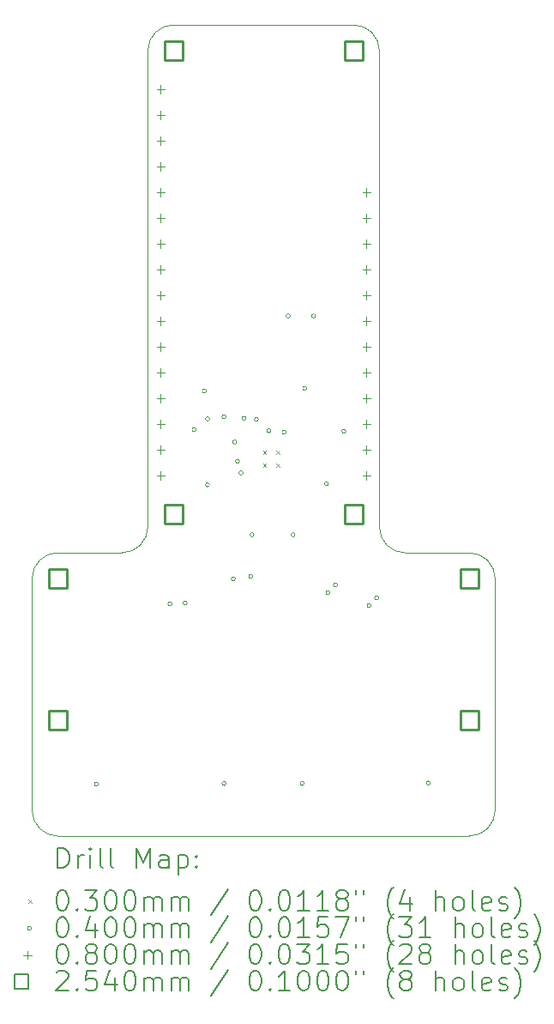
<source format=gbr>
%TF.GenerationSoftware,KiCad,Pcbnew,(6.0.8-1)-1*%
%TF.CreationDate,2023-04-13T00:43:01-04:00*%
%TF.ProjectId,featherwing_rs485,66656174-6865-4727-9769-6e675f727334,1*%
%TF.SameCoordinates,Original*%
%TF.FileFunction,Drillmap*%
%TF.FilePolarity,Positive*%
%FSLAX45Y45*%
G04 Gerber Fmt 4.5, Leading zero omitted, Abs format (unit mm)*
G04 Created by KiCad (PCBNEW (6.0.8-1)-1) date 2023-04-13 00:43:01*
%MOMM*%
%LPD*%
G01*
G04 APERTURE LIST*
%ADD10C,0.100000*%
%ADD11C,0.200000*%
%ADD12C,0.030000*%
%ADD13C,0.040000*%
%ADD14C,0.080000*%
%ADD15C,0.254000*%
G04 APERTURE END LIST*
D10*
X9652000Y-10922000D02*
X9652000Y-13208000D01*
X8509000Y-10414000D02*
G75*
G03*
X8763000Y-10668000I254000J0D01*
G01*
X5080000Y-13208000D02*
G75*
G03*
X5334000Y-13462000I254000J0D01*
G01*
X5334000Y-13462000D02*
X9398000Y-13462000D01*
X9398000Y-13462000D02*
G75*
G03*
X9652000Y-13208000I0J254000D01*
G01*
X5334000Y-10668000D02*
G75*
G03*
X5080000Y-10922000I0J-254000D01*
G01*
X9652000Y-10922000D02*
G75*
G03*
X9398000Y-10668000I-254000J0D01*
G01*
X8255000Y-5461000D02*
X6477000Y-5461000D01*
X8763000Y-10668000D02*
X9398000Y-10668000D01*
X5080000Y-13208000D02*
X5080000Y-10922000D01*
X8509000Y-5715000D02*
G75*
G03*
X8255000Y-5461000I-254000J0D01*
G01*
X5969000Y-10668000D02*
G75*
G03*
X6223000Y-10414000I0J254000D01*
G01*
X5334000Y-10668000D02*
X5969000Y-10668000D01*
X6477000Y-5461000D02*
G75*
G03*
X6223000Y-5715000I0J-254000D01*
G01*
X6223000Y-5715000D02*
X6223000Y-10414000D01*
X8509000Y-5715000D02*
X8509000Y-10414000D01*
D11*
D12*
X7362200Y-9660400D02*
X7392200Y-9690400D01*
X7392200Y-9660400D02*
X7362200Y-9690400D01*
X7362200Y-9790400D02*
X7392200Y-9820400D01*
X7392200Y-9790400D02*
X7362200Y-9820400D01*
X7492200Y-9660400D02*
X7522200Y-9690400D01*
X7522200Y-9660400D02*
X7492200Y-9690400D01*
X7492200Y-9790400D02*
X7522200Y-9820400D01*
X7522200Y-9790400D02*
X7492200Y-9820400D01*
D13*
X5735000Y-12948920D02*
G75*
G03*
X5735000Y-12948920I-20000J0D01*
G01*
X6461177Y-11172294D02*
G75*
G03*
X6461177Y-11172294I-20000J0D01*
G01*
X6611300Y-11163300D02*
G75*
G03*
X6611300Y-11163300I-20000J0D01*
G01*
X6700200Y-9453880D02*
G75*
G03*
X6700200Y-9453880I-20000J0D01*
G01*
X6801800Y-9072880D02*
G75*
G03*
X6801800Y-9072880I-20000J0D01*
G01*
X6832280Y-9347200D02*
G75*
G03*
X6832280Y-9347200I-20000J0D01*
G01*
X6832280Y-9997440D02*
G75*
G03*
X6832280Y-9997440I-20000J0D01*
G01*
X6994840Y-9326880D02*
G75*
G03*
X6994840Y-9326880I-20000J0D01*
G01*
X6994840Y-12943840D02*
G75*
G03*
X6994840Y-12943840I-20000J0D01*
G01*
X7087350Y-10925350D02*
G75*
G03*
X7087350Y-10925350I-20000J0D01*
G01*
X7101520Y-9575800D02*
G75*
G03*
X7101520Y-9575800I-20000J0D01*
G01*
X7128560Y-9765400D02*
G75*
G03*
X7128560Y-9765400I-20000J0D01*
G01*
X7162980Y-9880100D02*
G75*
G03*
X7162980Y-9880100I-20000J0D01*
G01*
X7192960Y-9342120D02*
G75*
G03*
X7192960Y-9342120I-20000J0D01*
G01*
X7259000Y-10899950D02*
G75*
G03*
X7259000Y-10899950I-20000J0D01*
G01*
X7271700Y-10490200D02*
G75*
G03*
X7271700Y-10490200I-20000J0D01*
G01*
X7314880Y-9352280D02*
G75*
G03*
X7314880Y-9352280I-20000J0D01*
G01*
X7437200Y-9464440D02*
G75*
G03*
X7437200Y-9464440I-20000J0D01*
G01*
X7589200Y-9479280D02*
G75*
G03*
X7589200Y-9479280I-20000J0D01*
G01*
X7629840Y-8331200D02*
G75*
G03*
X7629840Y-8331200I-20000J0D01*
G01*
X7678100Y-10490200D02*
G75*
G03*
X7678100Y-10490200I-20000J0D01*
G01*
X7767000Y-12943840D02*
G75*
G03*
X7767000Y-12943840I-20000J0D01*
G01*
X7792400Y-9047480D02*
G75*
G03*
X7792400Y-9047480I-20000J0D01*
G01*
X7878760Y-8331200D02*
G75*
G03*
X7878760Y-8331200I-20000J0D01*
G01*
X8005760Y-9987280D02*
G75*
G03*
X8005760Y-9987280I-20000J0D01*
G01*
X8021977Y-11060723D02*
G75*
G03*
X8021977Y-11060723I-20000J0D01*
G01*
X8096223Y-10986477D02*
G75*
G03*
X8096223Y-10986477I-20000J0D01*
G01*
X8178480Y-9469120D02*
G75*
G03*
X8178480Y-9469120I-20000J0D01*
G01*
X8428377Y-11187723D02*
G75*
G03*
X8428377Y-11187723I-20000J0D01*
G01*
X8502623Y-11113477D02*
G75*
G03*
X8502623Y-11113477I-20000J0D01*
G01*
X9011600Y-12938760D02*
G75*
G03*
X9011600Y-12938760I-20000J0D01*
G01*
D14*
X6350000Y-6056000D02*
X6350000Y-6136000D01*
X6310000Y-6096000D02*
X6390000Y-6096000D01*
X6350000Y-6310000D02*
X6350000Y-6390000D01*
X6310000Y-6350000D02*
X6390000Y-6350000D01*
X6350000Y-6564000D02*
X6350000Y-6644000D01*
X6310000Y-6604000D02*
X6390000Y-6604000D01*
X6350000Y-6818000D02*
X6350000Y-6898000D01*
X6310000Y-6858000D02*
X6390000Y-6858000D01*
X6350000Y-7072000D02*
X6350000Y-7152000D01*
X6310000Y-7112000D02*
X6390000Y-7112000D01*
X6350000Y-7326000D02*
X6350000Y-7406000D01*
X6310000Y-7366000D02*
X6390000Y-7366000D01*
X6350000Y-7580000D02*
X6350000Y-7660000D01*
X6310000Y-7620000D02*
X6390000Y-7620000D01*
X6350000Y-7834000D02*
X6350000Y-7914000D01*
X6310000Y-7874000D02*
X6390000Y-7874000D01*
X6350000Y-8088000D02*
X6350000Y-8168000D01*
X6310000Y-8128000D02*
X6390000Y-8128000D01*
X6350000Y-8342000D02*
X6350000Y-8422000D01*
X6310000Y-8382000D02*
X6390000Y-8382000D01*
X6350000Y-8596000D02*
X6350000Y-8676000D01*
X6310000Y-8636000D02*
X6390000Y-8636000D01*
X6350000Y-8850000D02*
X6350000Y-8930000D01*
X6310000Y-8890000D02*
X6390000Y-8890000D01*
X6350000Y-9104000D02*
X6350000Y-9184000D01*
X6310000Y-9144000D02*
X6390000Y-9144000D01*
X6350000Y-9358000D02*
X6350000Y-9438000D01*
X6310000Y-9398000D02*
X6390000Y-9398000D01*
X6350000Y-9612000D02*
X6350000Y-9692000D01*
X6310000Y-9652000D02*
X6390000Y-9652000D01*
X6350000Y-9866000D02*
X6350000Y-9946000D01*
X6310000Y-9906000D02*
X6390000Y-9906000D01*
X8382000Y-7072000D02*
X8382000Y-7152000D01*
X8342000Y-7112000D02*
X8422000Y-7112000D01*
X8382000Y-7326000D02*
X8382000Y-7406000D01*
X8342000Y-7366000D02*
X8422000Y-7366000D01*
X8382000Y-7580000D02*
X8382000Y-7660000D01*
X8342000Y-7620000D02*
X8422000Y-7620000D01*
X8382000Y-7834000D02*
X8382000Y-7914000D01*
X8342000Y-7874000D02*
X8422000Y-7874000D01*
X8382000Y-8088000D02*
X8382000Y-8168000D01*
X8342000Y-8128000D02*
X8422000Y-8128000D01*
X8382000Y-8342000D02*
X8382000Y-8422000D01*
X8342000Y-8382000D02*
X8422000Y-8382000D01*
X8382000Y-8596000D02*
X8382000Y-8676000D01*
X8342000Y-8636000D02*
X8422000Y-8636000D01*
X8382000Y-8850000D02*
X8382000Y-8930000D01*
X8342000Y-8890000D02*
X8422000Y-8890000D01*
X8382000Y-9104000D02*
X8382000Y-9184000D01*
X8342000Y-9144000D02*
X8422000Y-9144000D01*
X8382000Y-9358000D02*
X8382000Y-9438000D01*
X8342000Y-9398000D02*
X8422000Y-9398000D01*
X8382000Y-9612000D02*
X8382000Y-9692000D01*
X8342000Y-9652000D02*
X8422000Y-9652000D01*
X8382000Y-9866000D02*
X8382000Y-9946000D01*
X8342000Y-9906000D02*
X8422000Y-9906000D01*
D15*
X5423803Y-11011803D02*
X5423803Y-10832197D01*
X5244197Y-10832197D01*
X5244197Y-11011803D01*
X5423803Y-11011803D01*
X5423803Y-12408803D02*
X5423803Y-12229197D01*
X5244197Y-12229197D01*
X5244197Y-12408803D01*
X5423803Y-12408803D01*
X6566803Y-5804803D02*
X6566803Y-5625197D01*
X6387197Y-5625197D01*
X6387197Y-5804803D01*
X6566803Y-5804803D01*
X6566803Y-10376803D02*
X6566803Y-10197197D01*
X6387197Y-10197197D01*
X6387197Y-10376803D01*
X6566803Y-10376803D01*
X8344803Y-5804803D02*
X8344803Y-5625197D01*
X8165197Y-5625197D01*
X8165197Y-5804803D01*
X8344803Y-5804803D01*
X8344803Y-10376803D02*
X8344803Y-10197197D01*
X8165197Y-10197197D01*
X8165197Y-10376803D01*
X8344803Y-10376803D01*
X9487803Y-11011803D02*
X9487803Y-10832197D01*
X9308197Y-10832197D01*
X9308197Y-11011803D01*
X9487803Y-11011803D01*
X9487803Y-12408803D02*
X9487803Y-12229197D01*
X9308197Y-12229197D01*
X9308197Y-12408803D01*
X9487803Y-12408803D01*
D11*
X5332619Y-13777476D02*
X5332619Y-13577476D01*
X5380238Y-13577476D01*
X5408810Y-13587000D01*
X5427857Y-13606048D01*
X5437381Y-13625095D01*
X5446905Y-13663190D01*
X5446905Y-13691762D01*
X5437381Y-13729857D01*
X5427857Y-13748905D01*
X5408810Y-13767952D01*
X5380238Y-13777476D01*
X5332619Y-13777476D01*
X5532619Y-13777476D02*
X5532619Y-13644143D01*
X5532619Y-13682238D02*
X5542143Y-13663190D01*
X5551667Y-13653667D01*
X5570714Y-13644143D01*
X5589762Y-13644143D01*
X5656428Y-13777476D02*
X5656428Y-13644143D01*
X5656428Y-13577476D02*
X5646905Y-13587000D01*
X5656428Y-13596524D01*
X5665952Y-13587000D01*
X5656428Y-13577476D01*
X5656428Y-13596524D01*
X5780238Y-13777476D02*
X5761190Y-13767952D01*
X5751667Y-13748905D01*
X5751667Y-13577476D01*
X5885000Y-13777476D02*
X5865952Y-13767952D01*
X5856428Y-13748905D01*
X5856428Y-13577476D01*
X6113571Y-13777476D02*
X6113571Y-13577476D01*
X6180238Y-13720333D01*
X6246905Y-13577476D01*
X6246905Y-13777476D01*
X6427857Y-13777476D02*
X6427857Y-13672714D01*
X6418333Y-13653667D01*
X6399286Y-13644143D01*
X6361190Y-13644143D01*
X6342143Y-13653667D01*
X6427857Y-13767952D02*
X6408809Y-13777476D01*
X6361190Y-13777476D01*
X6342143Y-13767952D01*
X6332619Y-13748905D01*
X6332619Y-13729857D01*
X6342143Y-13710809D01*
X6361190Y-13701286D01*
X6408809Y-13701286D01*
X6427857Y-13691762D01*
X6523095Y-13644143D02*
X6523095Y-13844143D01*
X6523095Y-13653667D02*
X6542143Y-13644143D01*
X6580238Y-13644143D01*
X6599286Y-13653667D01*
X6608809Y-13663190D01*
X6618333Y-13682238D01*
X6618333Y-13739381D01*
X6608809Y-13758428D01*
X6599286Y-13767952D01*
X6580238Y-13777476D01*
X6542143Y-13777476D01*
X6523095Y-13767952D01*
X6704048Y-13758428D02*
X6713571Y-13767952D01*
X6704048Y-13777476D01*
X6694524Y-13767952D01*
X6704048Y-13758428D01*
X6704048Y-13777476D01*
X6704048Y-13653667D02*
X6713571Y-13663190D01*
X6704048Y-13672714D01*
X6694524Y-13663190D01*
X6704048Y-13653667D01*
X6704048Y-13672714D01*
D12*
X5045000Y-14092000D02*
X5075000Y-14122000D01*
X5075000Y-14092000D02*
X5045000Y-14122000D01*
D11*
X5370714Y-13997476D02*
X5389762Y-13997476D01*
X5408810Y-14007000D01*
X5418333Y-14016524D01*
X5427857Y-14035571D01*
X5437381Y-14073667D01*
X5437381Y-14121286D01*
X5427857Y-14159381D01*
X5418333Y-14178428D01*
X5408810Y-14187952D01*
X5389762Y-14197476D01*
X5370714Y-14197476D01*
X5351667Y-14187952D01*
X5342143Y-14178428D01*
X5332619Y-14159381D01*
X5323095Y-14121286D01*
X5323095Y-14073667D01*
X5332619Y-14035571D01*
X5342143Y-14016524D01*
X5351667Y-14007000D01*
X5370714Y-13997476D01*
X5523095Y-14178428D02*
X5532619Y-14187952D01*
X5523095Y-14197476D01*
X5513571Y-14187952D01*
X5523095Y-14178428D01*
X5523095Y-14197476D01*
X5599286Y-13997476D02*
X5723095Y-13997476D01*
X5656428Y-14073667D01*
X5685000Y-14073667D01*
X5704048Y-14083190D01*
X5713571Y-14092714D01*
X5723095Y-14111762D01*
X5723095Y-14159381D01*
X5713571Y-14178428D01*
X5704048Y-14187952D01*
X5685000Y-14197476D01*
X5627857Y-14197476D01*
X5608809Y-14187952D01*
X5599286Y-14178428D01*
X5846905Y-13997476D02*
X5865952Y-13997476D01*
X5885000Y-14007000D01*
X5894524Y-14016524D01*
X5904048Y-14035571D01*
X5913571Y-14073667D01*
X5913571Y-14121286D01*
X5904048Y-14159381D01*
X5894524Y-14178428D01*
X5885000Y-14187952D01*
X5865952Y-14197476D01*
X5846905Y-14197476D01*
X5827857Y-14187952D01*
X5818333Y-14178428D01*
X5808809Y-14159381D01*
X5799286Y-14121286D01*
X5799286Y-14073667D01*
X5808809Y-14035571D01*
X5818333Y-14016524D01*
X5827857Y-14007000D01*
X5846905Y-13997476D01*
X6037381Y-13997476D02*
X6056428Y-13997476D01*
X6075476Y-14007000D01*
X6085000Y-14016524D01*
X6094524Y-14035571D01*
X6104048Y-14073667D01*
X6104048Y-14121286D01*
X6094524Y-14159381D01*
X6085000Y-14178428D01*
X6075476Y-14187952D01*
X6056428Y-14197476D01*
X6037381Y-14197476D01*
X6018333Y-14187952D01*
X6008809Y-14178428D01*
X5999286Y-14159381D01*
X5989762Y-14121286D01*
X5989762Y-14073667D01*
X5999286Y-14035571D01*
X6008809Y-14016524D01*
X6018333Y-14007000D01*
X6037381Y-13997476D01*
X6189762Y-14197476D02*
X6189762Y-14064143D01*
X6189762Y-14083190D02*
X6199286Y-14073667D01*
X6218333Y-14064143D01*
X6246905Y-14064143D01*
X6265952Y-14073667D01*
X6275476Y-14092714D01*
X6275476Y-14197476D01*
X6275476Y-14092714D02*
X6285000Y-14073667D01*
X6304048Y-14064143D01*
X6332619Y-14064143D01*
X6351667Y-14073667D01*
X6361190Y-14092714D01*
X6361190Y-14197476D01*
X6456428Y-14197476D02*
X6456428Y-14064143D01*
X6456428Y-14083190D02*
X6465952Y-14073667D01*
X6485000Y-14064143D01*
X6513571Y-14064143D01*
X6532619Y-14073667D01*
X6542143Y-14092714D01*
X6542143Y-14197476D01*
X6542143Y-14092714D02*
X6551667Y-14073667D01*
X6570714Y-14064143D01*
X6599286Y-14064143D01*
X6618333Y-14073667D01*
X6627857Y-14092714D01*
X6627857Y-14197476D01*
X7018333Y-13987952D02*
X6846905Y-14245095D01*
X7275476Y-13997476D02*
X7294524Y-13997476D01*
X7313571Y-14007000D01*
X7323095Y-14016524D01*
X7332619Y-14035571D01*
X7342143Y-14073667D01*
X7342143Y-14121286D01*
X7332619Y-14159381D01*
X7323095Y-14178428D01*
X7313571Y-14187952D01*
X7294524Y-14197476D01*
X7275476Y-14197476D01*
X7256428Y-14187952D01*
X7246905Y-14178428D01*
X7237381Y-14159381D01*
X7227857Y-14121286D01*
X7227857Y-14073667D01*
X7237381Y-14035571D01*
X7246905Y-14016524D01*
X7256428Y-14007000D01*
X7275476Y-13997476D01*
X7427857Y-14178428D02*
X7437381Y-14187952D01*
X7427857Y-14197476D01*
X7418333Y-14187952D01*
X7427857Y-14178428D01*
X7427857Y-14197476D01*
X7561190Y-13997476D02*
X7580238Y-13997476D01*
X7599286Y-14007000D01*
X7608809Y-14016524D01*
X7618333Y-14035571D01*
X7627857Y-14073667D01*
X7627857Y-14121286D01*
X7618333Y-14159381D01*
X7608809Y-14178428D01*
X7599286Y-14187952D01*
X7580238Y-14197476D01*
X7561190Y-14197476D01*
X7542143Y-14187952D01*
X7532619Y-14178428D01*
X7523095Y-14159381D01*
X7513571Y-14121286D01*
X7513571Y-14073667D01*
X7523095Y-14035571D01*
X7532619Y-14016524D01*
X7542143Y-14007000D01*
X7561190Y-13997476D01*
X7818333Y-14197476D02*
X7704048Y-14197476D01*
X7761190Y-14197476D02*
X7761190Y-13997476D01*
X7742143Y-14026048D01*
X7723095Y-14045095D01*
X7704048Y-14054619D01*
X8008809Y-14197476D02*
X7894524Y-14197476D01*
X7951667Y-14197476D02*
X7951667Y-13997476D01*
X7932619Y-14026048D01*
X7913571Y-14045095D01*
X7894524Y-14054619D01*
X8123095Y-14083190D02*
X8104048Y-14073667D01*
X8094524Y-14064143D01*
X8085000Y-14045095D01*
X8085000Y-14035571D01*
X8094524Y-14016524D01*
X8104048Y-14007000D01*
X8123095Y-13997476D01*
X8161190Y-13997476D01*
X8180238Y-14007000D01*
X8189762Y-14016524D01*
X8199286Y-14035571D01*
X8199286Y-14045095D01*
X8189762Y-14064143D01*
X8180238Y-14073667D01*
X8161190Y-14083190D01*
X8123095Y-14083190D01*
X8104048Y-14092714D01*
X8094524Y-14102238D01*
X8085000Y-14121286D01*
X8085000Y-14159381D01*
X8094524Y-14178428D01*
X8104048Y-14187952D01*
X8123095Y-14197476D01*
X8161190Y-14197476D01*
X8180238Y-14187952D01*
X8189762Y-14178428D01*
X8199286Y-14159381D01*
X8199286Y-14121286D01*
X8189762Y-14102238D01*
X8180238Y-14092714D01*
X8161190Y-14083190D01*
X8275476Y-13997476D02*
X8275476Y-14035571D01*
X8351667Y-13997476D02*
X8351667Y-14035571D01*
X8646905Y-14273667D02*
X8637381Y-14264143D01*
X8618333Y-14235571D01*
X8608810Y-14216524D01*
X8599286Y-14187952D01*
X8589762Y-14140333D01*
X8589762Y-14102238D01*
X8599286Y-14054619D01*
X8608810Y-14026048D01*
X8618333Y-14007000D01*
X8637381Y-13978428D01*
X8646905Y-13968905D01*
X8808810Y-14064143D02*
X8808810Y-14197476D01*
X8761190Y-13987952D02*
X8713571Y-14130809D01*
X8837381Y-14130809D01*
X9065952Y-14197476D02*
X9065952Y-13997476D01*
X9151667Y-14197476D02*
X9151667Y-14092714D01*
X9142143Y-14073667D01*
X9123095Y-14064143D01*
X9094524Y-14064143D01*
X9075476Y-14073667D01*
X9065952Y-14083190D01*
X9275476Y-14197476D02*
X9256429Y-14187952D01*
X9246905Y-14178428D01*
X9237381Y-14159381D01*
X9237381Y-14102238D01*
X9246905Y-14083190D01*
X9256429Y-14073667D01*
X9275476Y-14064143D01*
X9304048Y-14064143D01*
X9323095Y-14073667D01*
X9332619Y-14083190D01*
X9342143Y-14102238D01*
X9342143Y-14159381D01*
X9332619Y-14178428D01*
X9323095Y-14187952D01*
X9304048Y-14197476D01*
X9275476Y-14197476D01*
X9456429Y-14197476D02*
X9437381Y-14187952D01*
X9427857Y-14168905D01*
X9427857Y-13997476D01*
X9608810Y-14187952D02*
X9589762Y-14197476D01*
X9551667Y-14197476D01*
X9532619Y-14187952D01*
X9523095Y-14168905D01*
X9523095Y-14092714D01*
X9532619Y-14073667D01*
X9551667Y-14064143D01*
X9589762Y-14064143D01*
X9608810Y-14073667D01*
X9618333Y-14092714D01*
X9618333Y-14111762D01*
X9523095Y-14130809D01*
X9694524Y-14187952D02*
X9713571Y-14197476D01*
X9751667Y-14197476D01*
X9770714Y-14187952D01*
X9780238Y-14168905D01*
X9780238Y-14159381D01*
X9770714Y-14140333D01*
X9751667Y-14130809D01*
X9723095Y-14130809D01*
X9704048Y-14121286D01*
X9694524Y-14102238D01*
X9694524Y-14092714D01*
X9704048Y-14073667D01*
X9723095Y-14064143D01*
X9751667Y-14064143D01*
X9770714Y-14073667D01*
X9846905Y-14273667D02*
X9856429Y-14264143D01*
X9875476Y-14235571D01*
X9885000Y-14216524D01*
X9894524Y-14187952D01*
X9904048Y-14140333D01*
X9904048Y-14102238D01*
X9894524Y-14054619D01*
X9885000Y-14026048D01*
X9875476Y-14007000D01*
X9856429Y-13978428D01*
X9846905Y-13968905D01*
D13*
X5075000Y-14371000D02*
G75*
G03*
X5075000Y-14371000I-20000J0D01*
G01*
D11*
X5370714Y-14261476D02*
X5389762Y-14261476D01*
X5408810Y-14271000D01*
X5418333Y-14280524D01*
X5427857Y-14299571D01*
X5437381Y-14337667D01*
X5437381Y-14385286D01*
X5427857Y-14423381D01*
X5418333Y-14442428D01*
X5408810Y-14451952D01*
X5389762Y-14461476D01*
X5370714Y-14461476D01*
X5351667Y-14451952D01*
X5342143Y-14442428D01*
X5332619Y-14423381D01*
X5323095Y-14385286D01*
X5323095Y-14337667D01*
X5332619Y-14299571D01*
X5342143Y-14280524D01*
X5351667Y-14271000D01*
X5370714Y-14261476D01*
X5523095Y-14442428D02*
X5532619Y-14451952D01*
X5523095Y-14461476D01*
X5513571Y-14451952D01*
X5523095Y-14442428D01*
X5523095Y-14461476D01*
X5704048Y-14328143D02*
X5704048Y-14461476D01*
X5656428Y-14251952D02*
X5608809Y-14394809D01*
X5732619Y-14394809D01*
X5846905Y-14261476D02*
X5865952Y-14261476D01*
X5885000Y-14271000D01*
X5894524Y-14280524D01*
X5904048Y-14299571D01*
X5913571Y-14337667D01*
X5913571Y-14385286D01*
X5904048Y-14423381D01*
X5894524Y-14442428D01*
X5885000Y-14451952D01*
X5865952Y-14461476D01*
X5846905Y-14461476D01*
X5827857Y-14451952D01*
X5818333Y-14442428D01*
X5808809Y-14423381D01*
X5799286Y-14385286D01*
X5799286Y-14337667D01*
X5808809Y-14299571D01*
X5818333Y-14280524D01*
X5827857Y-14271000D01*
X5846905Y-14261476D01*
X6037381Y-14261476D02*
X6056428Y-14261476D01*
X6075476Y-14271000D01*
X6085000Y-14280524D01*
X6094524Y-14299571D01*
X6104048Y-14337667D01*
X6104048Y-14385286D01*
X6094524Y-14423381D01*
X6085000Y-14442428D01*
X6075476Y-14451952D01*
X6056428Y-14461476D01*
X6037381Y-14461476D01*
X6018333Y-14451952D01*
X6008809Y-14442428D01*
X5999286Y-14423381D01*
X5989762Y-14385286D01*
X5989762Y-14337667D01*
X5999286Y-14299571D01*
X6008809Y-14280524D01*
X6018333Y-14271000D01*
X6037381Y-14261476D01*
X6189762Y-14461476D02*
X6189762Y-14328143D01*
X6189762Y-14347190D02*
X6199286Y-14337667D01*
X6218333Y-14328143D01*
X6246905Y-14328143D01*
X6265952Y-14337667D01*
X6275476Y-14356714D01*
X6275476Y-14461476D01*
X6275476Y-14356714D02*
X6285000Y-14337667D01*
X6304048Y-14328143D01*
X6332619Y-14328143D01*
X6351667Y-14337667D01*
X6361190Y-14356714D01*
X6361190Y-14461476D01*
X6456428Y-14461476D02*
X6456428Y-14328143D01*
X6456428Y-14347190D02*
X6465952Y-14337667D01*
X6485000Y-14328143D01*
X6513571Y-14328143D01*
X6532619Y-14337667D01*
X6542143Y-14356714D01*
X6542143Y-14461476D01*
X6542143Y-14356714D02*
X6551667Y-14337667D01*
X6570714Y-14328143D01*
X6599286Y-14328143D01*
X6618333Y-14337667D01*
X6627857Y-14356714D01*
X6627857Y-14461476D01*
X7018333Y-14251952D02*
X6846905Y-14509095D01*
X7275476Y-14261476D02*
X7294524Y-14261476D01*
X7313571Y-14271000D01*
X7323095Y-14280524D01*
X7332619Y-14299571D01*
X7342143Y-14337667D01*
X7342143Y-14385286D01*
X7332619Y-14423381D01*
X7323095Y-14442428D01*
X7313571Y-14451952D01*
X7294524Y-14461476D01*
X7275476Y-14461476D01*
X7256428Y-14451952D01*
X7246905Y-14442428D01*
X7237381Y-14423381D01*
X7227857Y-14385286D01*
X7227857Y-14337667D01*
X7237381Y-14299571D01*
X7246905Y-14280524D01*
X7256428Y-14271000D01*
X7275476Y-14261476D01*
X7427857Y-14442428D02*
X7437381Y-14451952D01*
X7427857Y-14461476D01*
X7418333Y-14451952D01*
X7427857Y-14442428D01*
X7427857Y-14461476D01*
X7561190Y-14261476D02*
X7580238Y-14261476D01*
X7599286Y-14271000D01*
X7608809Y-14280524D01*
X7618333Y-14299571D01*
X7627857Y-14337667D01*
X7627857Y-14385286D01*
X7618333Y-14423381D01*
X7608809Y-14442428D01*
X7599286Y-14451952D01*
X7580238Y-14461476D01*
X7561190Y-14461476D01*
X7542143Y-14451952D01*
X7532619Y-14442428D01*
X7523095Y-14423381D01*
X7513571Y-14385286D01*
X7513571Y-14337667D01*
X7523095Y-14299571D01*
X7532619Y-14280524D01*
X7542143Y-14271000D01*
X7561190Y-14261476D01*
X7818333Y-14461476D02*
X7704048Y-14461476D01*
X7761190Y-14461476D02*
X7761190Y-14261476D01*
X7742143Y-14290048D01*
X7723095Y-14309095D01*
X7704048Y-14318619D01*
X7999286Y-14261476D02*
X7904048Y-14261476D01*
X7894524Y-14356714D01*
X7904048Y-14347190D01*
X7923095Y-14337667D01*
X7970714Y-14337667D01*
X7989762Y-14347190D01*
X7999286Y-14356714D01*
X8008809Y-14375762D01*
X8008809Y-14423381D01*
X7999286Y-14442428D01*
X7989762Y-14451952D01*
X7970714Y-14461476D01*
X7923095Y-14461476D01*
X7904048Y-14451952D01*
X7894524Y-14442428D01*
X8075476Y-14261476D02*
X8208809Y-14261476D01*
X8123095Y-14461476D01*
X8275476Y-14261476D02*
X8275476Y-14299571D01*
X8351667Y-14261476D02*
X8351667Y-14299571D01*
X8646905Y-14537667D02*
X8637381Y-14528143D01*
X8618333Y-14499571D01*
X8608810Y-14480524D01*
X8599286Y-14451952D01*
X8589762Y-14404333D01*
X8589762Y-14366238D01*
X8599286Y-14318619D01*
X8608810Y-14290048D01*
X8618333Y-14271000D01*
X8637381Y-14242428D01*
X8646905Y-14232905D01*
X8704048Y-14261476D02*
X8827857Y-14261476D01*
X8761190Y-14337667D01*
X8789762Y-14337667D01*
X8808810Y-14347190D01*
X8818333Y-14356714D01*
X8827857Y-14375762D01*
X8827857Y-14423381D01*
X8818333Y-14442428D01*
X8808810Y-14451952D01*
X8789762Y-14461476D01*
X8732619Y-14461476D01*
X8713571Y-14451952D01*
X8704048Y-14442428D01*
X9018333Y-14461476D02*
X8904048Y-14461476D01*
X8961190Y-14461476D02*
X8961190Y-14261476D01*
X8942143Y-14290048D01*
X8923095Y-14309095D01*
X8904048Y-14318619D01*
X9256429Y-14461476D02*
X9256429Y-14261476D01*
X9342143Y-14461476D02*
X9342143Y-14356714D01*
X9332619Y-14337667D01*
X9313571Y-14328143D01*
X9285000Y-14328143D01*
X9265952Y-14337667D01*
X9256429Y-14347190D01*
X9465952Y-14461476D02*
X9446905Y-14451952D01*
X9437381Y-14442428D01*
X9427857Y-14423381D01*
X9427857Y-14366238D01*
X9437381Y-14347190D01*
X9446905Y-14337667D01*
X9465952Y-14328143D01*
X9494524Y-14328143D01*
X9513571Y-14337667D01*
X9523095Y-14347190D01*
X9532619Y-14366238D01*
X9532619Y-14423381D01*
X9523095Y-14442428D01*
X9513571Y-14451952D01*
X9494524Y-14461476D01*
X9465952Y-14461476D01*
X9646905Y-14461476D02*
X9627857Y-14451952D01*
X9618333Y-14432905D01*
X9618333Y-14261476D01*
X9799286Y-14451952D02*
X9780238Y-14461476D01*
X9742143Y-14461476D01*
X9723095Y-14451952D01*
X9713571Y-14432905D01*
X9713571Y-14356714D01*
X9723095Y-14337667D01*
X9742143Y-14328143D01*
X9780238Y-14328143D01*
X9799286Y-14337667D01*
X9808810Y-14356714D01*
X9808810Y-14375762D01*
X9713571Y-14394809D01*
X9885000Y-14451952D02*
X9904048Y-14461476D01*
X9942143Y-14461476D01*
X9961190Y-14451952D01*
X9970714Y-14432905D01*
X9970714Y-14423381D01*
X9961190Y-14404333D01*
X9942143Y-14394809D01*
X9913571Y-14394809D01*
X9894524Y-14385286D01*
X9885000Y-14366238D01*
X9885000Y-14356714D01*
X9894524Y-14337667D01*
X9913571Y-14328143D01*
X9942143Y-14328143D01*
X9961190Y-14337667D01*
X10037381Y-14537667D02*
X10046905Y-14528143D01*
X10065952Y-14499571D01*
X10075476Y-14480524D01*
X10085000Y-14451952D01*
X10094524Y-14404333D01*
X10094524Y-14366238D01*
X10085000Y-14318619D01*
X10075476Y-14290048D01*
X10065952Y-14271000D01*
X10046905Y-14242428D01*
X10037381Y-14232905D01*
D14*
X5035000Y-14595000D02*
X5035000Y-14675000D01*
X4995000Y-14635000D02*
X5075000Y-14635000D01*
D11*
X5370714Y-14525476D02*
X5389762Y-14525476D01*
X5408810Y-14535000D01*
X5418333Y-14544524D01*
X5427857Y-14563571D01*
X5437381Y-14601667D01*
X5437381Y-14649286D01*
X5427857Y-14687381D01*
X5418333Y-14706428D01*
X5408810Y-14715952D01*
X5389762Y-14725476D01*
X5370714Y-14725476D01*
X5351667Y-14715952D01*
X5342143Y-14706428D01*
X5332619Y-14687381D01*
X5323095Y-14649286D01*
X5323095Y-14601667D01*
X5332619Y-14563571D01*
X5342143Y-14544524D01*
X5351667Y-14535000D01*
X5370714Y-14525476D01*
X5523095Y-14706428D02*
X5532619Y-14715952D01*
X5523095Y-14725476D01*
X5513571Y-14715952D01*
X5523095Y-14706428D01*
X5523095Y-14725476D01*
X5646905Y-14611190D02*
X5627857Y-14601667D01*
X5618333Y-14592143D01*
X5608809Y-14573095D01*
X5608809Y-14563571D01*
X5618333Y-14544524D01*
X5627857Y-14535000D01*
X5646905Y-14525476D01*
X5685000Y-14525476D01*
X5704048Y-14535000D01*
X5713571Y-14544524D01*
X5723095Y-14563571D01*
X5723095Y-14573095D01*
X5713571Y-14592143D01*
X5704048Y-14601667D01*
X5685000Y-14611190D01*
X5646905Y-14611190D01*
X5627857Y-14620714D01*
X5618333Y-14630238D01*
X5608809Y-14649286D01*
X5608809Y-14687381D01*
X5618333Y-14706428D01*
X5627857Y-14715952D01*
X5646905Y-14725476D01*
X5685000Y-14725476D01*
X5704048Y-14715952D01*
X5713571Y-14706428D01*
X5723095Y-14687381D01*
X5723095Y-14649286D01*
X5713571Y-14630238D01*
X5704048Y-14620714D01*
X5685000Y-14611190D01*
X5846905Y-14525476D02*
X5865952Y-14525476D01*
X5885000Y-14535000D01*
X5894524Y-14544524D01*
X5904048Y-14563571D01*
X5913571Y-14601667D01*
X5913571Y-14649286D01*
X5904048Y-14687381D01*
X5894524Y-14706428D01*
X5885000Y-14715952D01*
X5865952Y-14725476D01*
X5846905Y-14725476D01*
X5827857Y-14715952D01*
X5818333Y-14706428D01*
X5808809Y-14687381D01*
X5799286Y-14649286D01*
X5799286Y-14601667D01*
X5808809Y-14563571D01*
X5818333Y-14544524D01*
X5827857Y-14535000D01*
X5846905Y-14525476D01*
X6037381Y-14525476D02*
X6056428Y-14525476D01*
X6075476Y-14535000D01*
X6085000Y-14544524D01*
X6094524Y-14563571D01*
X6104048Y-14601667D01*
X6104048Y-14649286D01*
X6094524Y-14687381D01*
X6085000Y-14706428D01*
X6075476Y-14715952D01*
X6056428Y-14725476D01*
X6037381Y-14725476D01*
X6018333Y-14715952D01*
X6008809Y-14706428D01*
X5999286Y-14687381D01*
X5989762Y-14649286D01*
X5989762Y-14601667D01*
X5999286Y-14563571D01*
X6008809Y-14544524D01*
X6018333Y-14535000D01*
X6037381Y-14525476D01*
X6189762Y-14725476D02*
X6189762Y-14592143D01*
X6189762Y-14611190D02*
X6199286Y-14601667D01*
X6218333Y-14592143D01*
X6246905Y-14592143D01*
X6265952Y-14601667D01*
X6275476Y-14620714D01*
X6275476Y-14725476D01*
X6275476Y-14620714D02*
X6285000Y-14601667D01*
X6304048Y-14592143D01*
X6332619Y-14592143D01*
X6351667Y-14601667D01*
X6361190Y-14620714D01*
X6361190Y-14725476D01*
X6456428Y-14725476D02*
X6456428Y-14592143D01*
X6456428Y-14611190D02*
X6465952Y-14601667D01*
X6485000Y-14592143D01*
X6513571Y-14592143D01*
X6532619Y-14601667D01*
X6542143Y-14620714D01*
X6542143Y-14725476D01*
X6542143Y-14620714D02*
X6551667Y-14601667D01*
X6570714Y-14592143D01*
X6599286Y-14592143D01*
X6618333Y-14601667D01*
X6627857Y-14620714D01*
X6627857Y-14725476D01*
X7018333Y-14515952D02*
X6846905Y-14773095D01*
X7275476Y-14525476D02*
X7294524Y-14525476D01*
X7313571Y-14535000D01*
X7323095Y-14544524D01*
X7332619Y-14563571D01*
X7342143Y-14601667D01*
X7342143Y-14649286D01*
X7332619Y-14687381D01*
X7323095Y-14706428D01*
X7313571Y-14715952D01*
X7294524Y-14725476D01*
X7275476Y-14725476D01*
X7256428Y-14715952D01*
X7246905Y-14706428D01*
X7237381Y-14687381D01*
X7227857Y-14649286D01*
X7227857Y-14601667D01*
X7237381Y-14563571D01*
X7246905Y-14544524D01*
X7256428Y-14535000D01*
X7275476Y-14525476D01*
X7427857Y-14706428D02*
X7437381Y-14715952D01*
X7427857Y-14725476D01*
X7418333Y-14715952D01*
X7427857Y-14706428D01*
X7427857Y-14725476D01*
X7561190Y-14525476D02*
X7580238Y-14525476D01*
X7599286Y-14535000D01*
X7608809Y-14544524D01*
X7618333Y-14563571D01*
X7627857Y-14601667D01*
X7627857Y-14649286D01*
X7618333Y-14687381D01*
X7608809Y-14706428D01*
X7599286Y-14715952D01*
X7580238Y-14725476D01*
X7561190Y-14725476D01*
X7542143Y-14715952D01*
X7532619Y-14706428D01*
X7523095Y-14687381D01*
X7513571Y-14649286D01*
X7513571Y-14601667D01*
X7523095Y-14563571D01*
X7532619Y-14544524D01*
X7542143Y-14535000D01*
X7561190Y-14525476D01*
X7694524Y-14525476D02*
X7818333Y-14525476D01*
X7751667Y-14601667D01*
X7780238Y-14601667D01*
X7799286Y-14611190D01*
X7808809Y-14620714D01*
X7818333Y-14639762D01*
X7818333Y-14687381D01*
X7808809Y-14706428D01*
X7799286Y-14715952D01*
X7780238Y-14725476D01*
X7723095Y-14725476D01*
X7704048Y-14715952D01*
X7694524Y-14706428D01*
X8008809Y-14725476D02*
X7894524Y-14725476D01*
X7951667Y-14725476D02*
X7951667Y-14525476D01*
X7932619Y-14554048D01*
X7913571Y-14573095D01*
X7894524Y-14582619D01*
X8189762Y-14525476D02*
X8094524Y-14525476D01*
X8085000Y-14620714D01*
X8094524Y-14611190D01*
X8113571Y-14601667D01*
X8161190Y-14601667D01*
X8180238Y-14611190D01*
X8189762Y-14620714D01*
X8199286Y-14639762D01*
X8199286Y-14687381D01*
X8189762Y-14706428D01*
X8180238Y-14715952D01*
X8161190Y-14725476D01*
X8113571Y-14725476D01*
X8094524Y-14715952D01*
X8085000Y-14706428D01*
X8275476Y-14525476D02*
X8275476Y-14563571D01*
X8351667Y-14525476D02*
X8351667Y-14563571D01*
X8646905Y-14801667D02*
X8637381Y-14792143D01*
X8618333Y-14763571D01*
X8608810Y-14744524D01*
X8599286Y-14715952D01*
X8589762Y-14668333D01*
X8589762Y-14630238D01*
X8599286Y-14582619D01*
X8608810Y-14554048D01*
X8618333Y-14535000D01*
X8637381Y-14506428D01*
X8646905Y-14496905D01*
X8713571Y-14544524D02*
X8723095Y-14535000D01*
X8742143Y-14525476D01*
X8789762Y-14525476D01*
X8808810Y-14535000D01*
X8818333Y-14544524D01*
X8827857Y-14563571D01*
X8827857Y-14582619D01*
X8818333Y-14611190D01*
X8704048Y-14725476D01*
X8827857Y-14725476D01*
X8942143Y-14611190D02*
X8923095Y-14601667D01*
X8913571Y-14592143D01*
X8904048Y-14573095D01*
X8904048Y-14563571D01*
X8913571Y-14544524D01*
X8923095Y-14535000D01*
X8942143Y-14525476D01*
X8980238Y-14525476D01*
X8999286Y-14535000D01*
X9008810Y-14544524D01*
X9018333Y-14563571D01*
X9018333Y-14573095D01*
X9008810Y-14592143D01*
X8999286Y-14601667D01*
X8980238Y-14611190D01*
X8942143Y-14611190D01*
X8923095Y-14620714D01*
X8913571Y-14630238D01*
X8904048Y-14649286D01*
X8904048Y-14687381D01*
X8913571Y-14706428D01*
X8923095Y-14715952D01*
X8942143Y-14725476D01*
X8980238Y-14725476D01*
X8999286Y-14715952D01*
X9008810Y-14706428D01*
X9018333Y-14687381D01*
X9018333Y-14649286D01*
X9008810Y-14630238D01*
X8999286Y-14620714D01*
X8980238Y-14611190D01*
X9256429Y-14725476D02*
X9256429Y-14525476D01*
X9342143Y-14725476D02*
X9342143Y-14620714D01*
X9332619Y-14601667D01*
X9313571Y-14592143D01*
X9285000Y-14592143D01*
X9265952Y-14601667D01*
X9256429Y-14611190D01*
X9465952Y-14725476D02*
X9446905Y-14715952D01*
X9437381Y-14706428D01*
X9427857Y-14687381D01*
X9427857Y-14630238D01*
X9437381Y-14611190D01*
X9446905Y-14601667D01*
X9465952Y-14592143D01*
X9494524Y-14592143D01*
X9513571Y-14601667D01*
X9523095Y-14611190D01*
X9532619Y-14630238D01*
X9532619Y-14687381D01*
X9523095Y-14706428D01*
X9513571Y-14715952D01*
X9494524Y-14725476D01*
X9465952Y-14725476D01*
X9646905Y-14725476D02*
X9627857Y-14715952D01*
X9618333Y-14696905D01*
X9618333Y-14525476D01*
X9799286Y-14715952D02*
X9780238Y-14725476D01*
X9742143Y-14725476D01*
X9723095Y-14715952D01*
X9713571Y-14696905D01*
X9713571Y-14620714D01*
X9723095Y-14601667D01*
X9742143Y-14592143D01*
X9780238Y-14592143D01*
X9799286Y-14601667D01*
X9808810Y-14620714D01*
X9808810Y-14639762D01*
X9713571Y-14658809D01*
X9885000Y-14715952D02*
X9904048Y-14725476D01*
X9942143Y-14725476D01*
X9961190Y-14715952D01*
X9970714Y-14696905D01*
X9970714Y-14687381D01*
X9961190Y-14668333D01*
X9942143Y-14658809D01*
X9913571Y-14658809D01*
X9894524Y-14649286D01*
X9885000Y-14630238D01*
X9885000Y-14620714D01*
X9894524Y-14601667D01*
X9913571Y-14592143D01*
X9942143Y-14592143D01*
X9961190Y-14601667D01*
X10037381Y-14801667D02*
X10046905Y-14792143D01*
X10065952Y-14763571D01*
X10075476Y-14744524D01*
X10085000Y-14715952D01*
X10094524Y-14668333D01*
X10094524Y-14630238D01*
X10085000Y-14582619D01*
X10075476Y-14554048D01*
X10065952Y-14535000D01*
X10046905Y-14506428D01*
X10037381Y-14496905D01*
X5045711Y-14969711D02*
X5045711Y-14828289D01*
X4904289Y-14828289D01*
X4904289Y-14969711D01*
X5045711Y-14969711D01*
X5323095Y-14808524D02*
X5332619Y-14799000D01*
X5351667Y-14789476D01*
X5399286Y-14789476D01*
X5418333Y-14799000D01*
X5427857Y-14808524D01*
X5437381Y-14827571D01*
X5437381Y-14846619D01*
X5427857Y-14875190D01*
X5313571Y-14989476D01*
X5437381Y-14989476D01*
X5523095Y-14970428D02*
X5532619Y-14979952D01*
X5523095Y-14989476D01*
X5513571Y-14979952D01*
X5523095Y-14970428D01*
X5523095Y-14989476D01*
X5713571Y-14789476D02*
X5618333Y-14789476D01*
X5608809Y-14884714D01*
X5618333Y-14875190D01*
X5637381Y-14865667D01*
X5685000Y-14865667D01*
X5704048Y-14875190D01*
X5713571Y-14884714D01*
X5723095Y-14903762D01*
X5723095Y-14951381D01*
X5713571Y-14970428D01*
X5704048Y-14979952D01*
X5685000Y-14989476D01*
X5637381Y-14989476D01*
X5618333Y-14979952D01*
X5608809Y-14970428D01*
X5894524Y-14856143D02*
X5894524Y-14989476D01*
X5846905Y-14779952D02*
X5799286Y-14922809D01*
X5923095Y-14922809D01*
X6037381Y-14789476D02*
X6056428Y-14789476D01*
X6075476Y-14799000D01*
X6085000Y-14808524D01*
X6094524Y-14827571D01*
X6104048Y-14865667D01*
X6104048Y-14913286D01*
X6094524Y-14951381D01*
X6085000Y-14970428D01*
X6075476Y-14979952D01*
X6056428Y-14989476D01*
X6037381Y-14989476D01*
X6018333Y-14979952D01*
X6008809Y-14970428D01*
X5999286Y-14951381D01*
X5989762Y-14913286D01*
X5989762Y-14865667D01*
X5999286Y-14827571D01*
X6008809Y-14808524D01*
X6018333Y-14799000D01*
X6037381Y-14789476D01*
X6189762Y-14989476D02*
X6189762Y-14856143D01*
X6189762Y-14875190D02*
X6199286Y-14865667D01*
X6218333Y-14856143D01*
X6246905Y-14856143D01*
X6265952Y-14865667D01*
X6275476Y-14884714D01*
X6275476Y-14989476D01*
X6275476Y-14884714D02*
X6285000Y-14865667D01*
X6304048Y-14856143D01*
X6332619Y-14856143D01*
X6351667Y-14865667D01*
X6361190Y-14884714D01*
X6361190Y-14989476D01*
X6456428Y-14989476D02*
X6456428Y-14856143D01*
X6456428Y-14875190D02*
X6465952Y-14865667D01*
X6485000Y-14856143D01*
X6513571Y-14856143D01*
X6532619Y-14865667D01*
X6542143Y-14884714D01*
X6542143Y-14989476D01*
X6542143Y-14884714D02*
X6551667Y-14865667D01*
X6570714Y-14856143D01*
X6599286Y-14856143D01*
X6618333Y-14865667D01*
X6627857Y-14884714D01*
X6627857Y-14989476D01*
X7018333Y-14779952D02*
X6846905Y-15037095D01*
X7275476Y-14789476D02*
X7294524Y-14789476D01*
X7313571Y-14799000D01*
X7323095Y-14808524D01*
X7332619Y-14827571D01*
X7342143Y-14865667D01*
X7342143Y-14913286D01*
X7332619Y-14951381D01*
X7323095Y-14970428D01*
X7313571Y-14979952D01*
X7294524Y-14989476D01*
X7275476Y-14989476D01*
X7256428Y-14979952D01*
X7246905Y-14970428D01*
X7237381Y-14951381D01*
X7227857Y-14913286D01*
X7227857Y-14865667D01*
X7237381Y-14827571D01*
X7246905Y-14808524D01*
X7256428Y-14799000D01*
X7275476Y-14789476D01*
X7427857Y-14970428D02*
X7437381Y-14979952D01*
X7427857Y-14989476D01*
X7418333Y-14979952D01*
X7427857Y-14970428D01*
X7427857Y-14989476D01*
X7627857Y-14989476D02*
X7513571Y-14989476D01*
X7570714Y-14989476D02*
X7570714Y-14789476D01*
X7551667Y-14818048D01*
X7532619Y-14837095D01*
X7513571Y-14846619D01*
X7751667Y-14789476D02*
X7770714Y-14789476D01*
X7789762Y-14799000D01*
X7799286Y-14808524D01*
X7808809Y-14827571D01*
X7818333Y-14865667D01*
X7818333Y-14913286D01*
X7808809Y-14951381D01*
X7799286Y-14970428D01*
X7789762Y-14979952D01*
X7770714Y-14989476D01*
X7751667Y-14989476D01*
X7732619Y-14979952D01*
X7723095Y-14970428D01*
X7713571Y-14951381D01*
X7704048Y-14913286D01*
X7704048Y-14865667D01*
X7713571Y-14827571D01*
X7723095Y-14808524D01*
X7732619Y-14799000D01*
X7751667Y-14789476D01*
X7942143Y-14789476D02*
X7961190Y-14789476D01*
X7980238Y-14799000D01*
X7989762Y-14808524D01*
X7999286Y-14827571D01*
X8008809Y-14865667D01*
X8008809Y-14913286D01*
X7999286Y-14951381D01*
X7989762Y-14970428D01*
X7980238Y-14979952D01*
X7961190Y-14989476D01*
X7942143Y-14989476D01*
X7923095Y-14979952D01*
X7913571Y-14970428D01*
X7904048Y-14951381D01*
X7894524Y-14913286D01*
X7894524Y-14865667D01*
X7904048Y-14827571D01*
X7913571Y-14808524D01*
X7923095Y-14799000D01*
X7942143Y-14789476D01*
X8132619Y-14789476D02*
X8151667Y-14789476D01*
X8170714Y-14799000D01*
X8180238Y-14808524D01*
X8189762Y-14827571D01*
X8199286Y-14865667D01*
X8199286Y-14913286D01*
X8189762Y-14951381D01*
X8180238Y-14970428D01*
X8170714Y-14979952D01*
X8151667Y-14989476D01*
X8132619Y-14989476D01*
X8113571Y-14979952D01*
X8104048Y-14970428D01*
X8094524Y-14951381D01*
X8085000Y-14913286D01*
X8085000Y-14865667D01*
X8094524Y-14827571D01*
X8104048Y-14808524D01*
X8113571Y-14799000D01*
X8132619Y-14789476D01*
X8275476Y-14789476D02*
X8275476Y-14827571D01*
X8351667Y-14789476D02*
X8351667Y-14827571D01*
X8646905Y-15065667D02*
X8637381Y-15056143D01*
X8618333Y-15027571D01*
X8608810Y-15008524D01*
X8599286Y-14979952D01*
X8589762Y-14932333D01*
X8589762Y-14894238D01*
X8599286Y-14846619D01*
X8608810Y-14818048D01*
X8618333Y-14799000D01*
X8637381Y-14770428D01*
X8646905Y-14760905D01*
X8751667Y-14875190D02*
X8732619Y-14865667D01*
X8723095Y-14856143D01*
X8713571Y-14837095D01*
X8713571Y-14827571D01*
X8723095Y-14808524D01*
X8732619Y-14799000D01*
X8751667Y-14789476D01*
X8789762Y-14789476D01*
X8808810Y-14799000D01*
X8818333Y-14808524D01*
X8827857Y-14827571D01*
X8827857Y-14837095D01*
X8818333Y-14856143D01*
X8808810Y-14865667D01*
X8789762Y-14875190D01*
X8751667Y-14875190D01*
X8732619Y-14884714D01*
X8723095Y-14894238D01*
X8713571Y-14913286D01*
X8713571Y-14951381D01*
X8723095Y-14970428D01*
X8732619Y-14979952D01*
X8751667Y-14989476D01*
X8789762Y-14989476D01*
X8808810Y-14979952D01*
X8818333Y-14970428D01*
X8827857Y-14951381D01*
X8827857Y-14913286D01*
X8818333Y-14894238D01*
X8808810Y-14884714D01*
X8789762Y-14875190D01*
X9065952Y-14989476D02*
X9065952Y-14789476D01*
X9151667Y-14989476D02*
X9151667Y-14884714D01*
X9142143Y-14865667D01*
X9123095Y-14856143D01*
X9094524Y-14856143D01*
X9075476Y-14865667D01*
X9065952Y-14875190D01*
X9275476Y-14989476D02*
X9256429Y-14979952D01*
X9246905Y-14970428D01*
X9237381Y-14951381D01*
X9237381Y-14894238D01*
X9246905Y-14875190D01*
X9256429Y-14865667D01*
X9275476Y-14856143D01*
X9304048Y-14856143D01*
X9323095Y-14865667D01*
X9332619Y-14875190D01*
X9342143Y-14894238D01*
X9342143Y-14951381D01*
X9332619Y-14970428D01*
X9323095Y-14979952D01*
X9304048Y-14989476D01*
X9275476Y-14989476D01*
X9456429Y-14989476D02*
X9437381Y-14979952D01*
X9427857Y-14960905D01*
X9427857Y-14789476D01*
X9608810Y-14979952D02*
X9589762Y-14989476D01*
X9551667Y-14989476D01*
X9532619Y-14979952D01*
X9523095Y-14960905D01*
X9523095Y-14884714D01*
X9532619Y-14865667D01*
X9551667Y-14856143D01*
X9589762Y-14856143D01*
X9608810Y-14865667D01*
X9618333Y-14884714D01*
X9618333Y-14903762D01*
X9523095Y-14922809D01*
X9694524Y-14979952D02*
X9713571Y-14989476D01*
X9751667Y-14989476D01*
X9770714Y-14979952D01*
X9780238Y-14960905D01*
X9780238Y-14951381D01*
X9770714Y-14932333D01*
X9751667Y-14922809D01*
X9723095Y-14922809D01*
X9704048Y-14913286D01*
X9694524Y-14894238D01*
X9694524Y-14884714D01*
X9704048Y-14865667D01*
X9723095Y-14856143D01*
X9751667Y-14856143D01*
X9770714Y-14865667D01*
X9846905Y-15065667D02*
X9856429Y-15056143D01*
X9875476Y-15027571D01*
X9885000Y-15008524D01*
X9894524Y-14979952D01*
X9904048Y-14932333D01*
X9904048Y-14894238D01*
X9894524Y-14846619D01*
X9885000Y-14818048D01*
X9875476Y-14799000D01*
X9856429Y-14770428D01*
X9846905Y-14760905D01*
M02*

</source>
